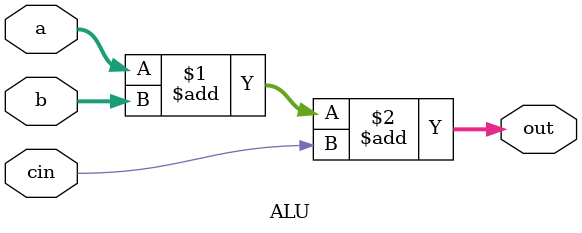
<source format=v>
module ALU(out, a, b, cin);

output [7:0] out;
input [7:0] a;
input [7:0] b;
input cin;

assign out = a + b + cin;

endmodule


</source>
